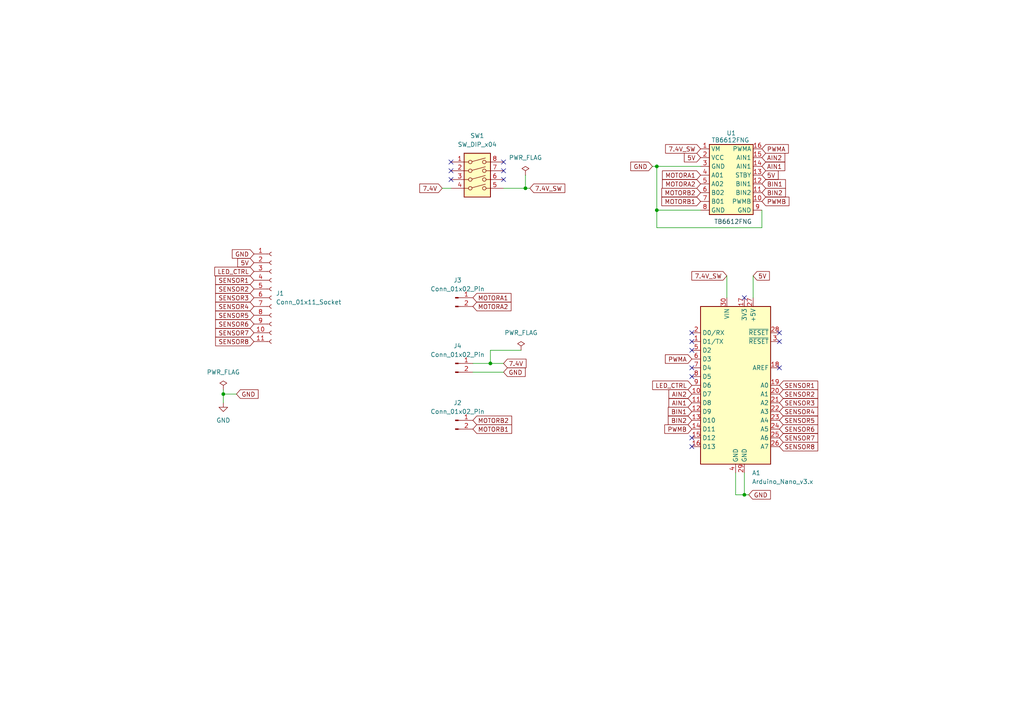
<source format=kicad_sch>
(kicad_sch (version 20231120) (generator "eeschema") (generator_version "8.0")
  (paper "A4")
  (lib_symbols
    (symbol "Connector:Conn_01x02_Pin" (pin_names (offset 1.016) hide)
      (property "Reference" "J" (at 0 2.54 0))
      (property "Value" "Conn_01x02_Pin" (at 0 -5.08 0))
      (symbol "Conn_01x02_Pin_1_1"
        (polyline (pts (xy 1.27 -2.54) (xy 0.8636 -2.54)) (stroke (width 0.1524)))
        (polyline (pts (xy 1.27 0) (xy 0.8636 0)) (stroke (width 0.1524)))
        (rectangle (start 0.8636 -2.413) (end 0 -2.667) (stroke (width 0.1524)) (fill (type outline)))
        (rectangle (start 0.8636 0.127) (end 0 -0.127) (stroke (width 0.1524)) (fill (type outline)))
        (pin passive line (at 5.08 0 180) (length 3.81) (name "Pin_1") (number "1"))
        (pin passive line (at 5.08 -2.54 180) (length 3.81) (name "Pin_2") (number "2"))
      )
    )
    (symbol "Connector:Conn_01x11_Socket" (pin_names (offset 1.016) hide)
      (property "Reference" "J" (at 0 15.24 0))
      (property "Value" "Conn_01x11_Socket" (at 0 -15.24 0))
      (symbol "Conn_01x11_Socket_1_1"
        (arc (start 0 -12.192) (mid -0.5058 -12.7) (end 0 -13.208) (stroke (width 0.1524)))
        (arc (start 0 -9.652) (mid -0.5058 -10.16) (end 0 -10.668) (stroke (width 0.1524)))
        (arc (start 0 -7.112) (mid -0.5058 -7.62) (end 0 -8.128) (stroke (width 0.1524)))
        (arc (start 0 -4.572) (mid -0.5058 -5.08) (end 0 -5.588) (stroke (width 0.1524)))
        (arc (start 0 -2.032) (mid -0.5058 -2.54) (end 0 -3.048) (stroke (width 0.1524)))
        (polyline (pts (xy -1.27 -12.7) (xy -0.508 -12.7)) (stroke (width 0.1524)))
        (polyline (pts (xy -1.27 -10.16) (xy -0.508 -10.16)) (stroke (width 0.1524)))
        (polyline (pts (xy -1.27 -7.62) (xy -0.508 -7.62)) (stroke (width 0.1524)))
        (polyline (pts (xy -1.27 -5.08) (xy -0.508 -5.08)) (stroke (width 0.1524)))
        (polyline (pts (xy -1.27 -2.54) (xy -0.508 -2.54)) (stroke (width 0.1524)))
        (polyline (pts (xy -1.27 0) (xy -0.508 0)) (stroke (width 0.1524)))
        (polyline (pts (xy -1.27 2.54) (xy -0.508 2.54)) (stroke (width 0.1524)))
        (polyline (pts (xy -1.27 5.08) (xy -0.508 5.08)) (stroke (width 0.1524)))
        (polyline (pts (xy -1.27 7.62) (xy -0.508 7.62)) (stroke (width 0.1524)))
        (polyline (pts (xy -1.27 10.16) (xy -0.508 10.16)) (stroke (width 0.1524)))
        (polyline (pts (xy -1.27 12.7) (xy -0.508 12.7)) (stroke (width 0.1524)))
        (arc (start 0 0.508) (mid -0.5058 0) (end 0 -0.508) (stroke (width 0.1524)))
        (arc (start 0 3.048) (mid -0.5058 2.54) (end 0 2.032) (stroke (width 0.1524)))
        (arc (start 0 5.588) (mid -0.5058 5.08) (end 0 4.572) (stroke (width 0.1524)))
        (arc (start 0 8.128) (mid -0.5058 7.62) (end 0 7.112) (stroke (width 0.1524)))
        (arc (start 0 10.668) (mid -0.5058 10.16) (end 0 9.652) (stroke (width 0.1524)))
        (arc (start 0 13.208) (mid -0.5058 12.7) (end 0 12.192) (stroke (width 0.1524)))
        (pin passive line (at -5.08 12.7 0) (length 3.81) (name "Pin_1") (number "1"))
        (pin passive line (at -5.08 -10.16 0) (length 3.81) (name "Pin_10") (number "10"))
        (pin passive line (at -5.08 -12.7 0) (length 3.81) (name "Pin_11") (number "11"))
        (pin passive line (at -5.08 10.16 0) (length 3.81) (name "Pin_2") (number "2"))
        (pin passive line (at -5.08 7.62 0) (length 3.81) (name "Pin_3") (number "3"))
        (pin passive line (at -5.08 5.08 0) (length 3.81) (name "Pin_4") (number "4"))
        (pin passive line (at -5.08 2.54 0) (length 3.81) (name "Pin_5") (number "5"))
        (pin passive line (at -5.08 0 0) (length 3.81) (name "Pin_6") (number "6"))
        (pin passive line (at -5.08 -2.54 0) (length 3.81) (name "Pin_7") (number "7"))
        (pin passive line (at -5.08 -5.08 0) (length 3.81) (name "Pin_8") (number "8"))
        (pin passive line (at -5.08 -7.62 0) (length 3.81) (name "Pin_9") (number "9"))
      )
    )
    (symbol "MCU_Module:Arduino_Nano_v3.x"
      (property "Reference" "A" (at -10.16 23.495 0))
      (property "Value" "Arduino_Nano_v3.x" (at 5.08 -24.13 0))
      (symbol "Arduino_Nano_v3.x_0_1"
        (rectangle (start -10.16 22.86) (end 10.16 -22.86) (stroke (width 0.254)) (fill (type background)))
      )
      (symbol "Arduino_Nano_v3.x_1_1"
        (pin bidirectional line (at -12.7 12.7 0) (length 2.54) (name "D1/TX") (number "1"))
        (pin bidirectional line (at -12.7 -2.54 0) (length 2.54) (name "D7") (number "10"))
        (pin bidirectional line (at -12.7 -5.08 0) (length 2.54) (name "D8") (number "11"))
        (pin bidirectional line (at -12.7 -7.62 0) (length 2.54) (name "D9") (number "12"))
        (pin bidirectional line (at -12.7 -10.16 0) (length 2.54) (name "D10") (number "13"))
        (pin bidirectional line (at -12.7 -12.7 0) (length 2.54) (name "D11") (number "14"))
        (pin bidirectional line (at -12.7 -15.24 0) (length 2.54) (name "D12") (number "15"))
        (pin bidirectional line (at -12.7 -17.78 0) (length 2.54) (name "D13") (number "16"))
        (pin power_out line (at 2.54 25.4 270) (length 2.54) (name "3V3") (number "17"))
        (pin input line (at 12.7 5.08 180) (length 2.54) (name "AREF") (number "18"))
        (pin bidirectional line (at 12.7 0 180) (length 2.54) (name "A0") (number "19"))
        (pin bidirectional line (at -12.7 15.24 0) (length 2.54) (name "D0/RX") (number "2"))
        (pin bidirectional line (at 12.7 -2.54 180) (length 2.54) (name "A1") (number "20"))
        (pin bidirectional line (at 12.7 -5.08 180) (length 2.54) (name "A2") (number "21"))
        (pin bidirectional line (at 12.7 -7.62 180) (length 2.54) (name "A3") (number "22"))
        (pin bidirectional line (at 12.7 -10.16 180) (length 2.54) (name "A4") (number "23"))
        (pin bidirectional line (at 12.7 -12.7 180) (length 2.54) (name "A5") (number "24"))
        (pin bidirectional line (at 12.7 -15.24 180) (length 2.54) (name "A6") (number "25"))
        (pin bidirectional line (at 12.7 -17.78 180) (length 2.54) (name "A7") (number "26"))
        (pin power_out line (at 5.08 25.4 270) (length 2.54) (name "+5V") (number "27"))
        (pin input line (at 12.7 15.24 180) (length 2.54) (name "~{RESET}") (number "28"))
        (pin power_in line (at 2.54 -25.4 90) (length 2.54) (name "GND") (number "29"))
        (pin input line (at 12.7 12.7 180) (length 2.54) (name "~{RESET}") (number "3"))
        (pin power_in line (at -2.54 25.4 270) (length 2.54) (name "VIN") (number "30"))
        (pin power_in line (at 0 -25.4 90) (length 2.54) (name "GND") (number "4"))
        (pin bidirectional line (at -12.7 10.16 0) (length 2.54) (name "D2") (number "5"))
        (pin bidirectional line (at -12.7 7.62 0) (length 2.54) (name "D3") (number "6"))
        (pin bidirectional line (at -12.7 5.08 0) (length 2.54) (name "D4") (number "7"))
        (pin bidirectional line (at -12.7 2.54 0) (length 2.54) (name "D5") (number "8"))
        (pin bidirectional line (at -12.7 0 0) (length 2.54) (name "D6") (number "9"))
      )
    )
    (symbol "Motor_Driver:TB6612FNG"
      (property "Reference" "U" (at 0 1.27 0))
      (symbol "TB6612FNG_0_1"
        (rectangle (start -6.35 -1.27) (end 6.35 -21.59) (stroke (width 0.254)) (fill (type background)))
      )
      (symbol "TB6612FNG_1_1"
        (text "TB6612FNG" (at 0.508 -23.622 0) (effects (font (size 1.27 1.27))))
        (pin input line (at -8.89 -2.54 0) (length 2.54) (name "VM") (number "1"))
        (pin input line (at 8.89 -17.78 180) (length 2.54) (name "PWMB") (number "10"))
        (pin input line (at 8.89 -15.24 180) (length 2.54) (name "BIN2") (number "11"))
        (pin input line (at 8.89 -12.7 180) (length 2.54) (name "BIN1") (number "12"))
        (pin input line (at 8.89 -10.16 180) (length 2.54) (name "STBY") (number "13"))
        (pin input line (at 8.89 -7.62 180) (length 2.54) (name "AIN1") (number "14"))
        (pin input line (at 8.89 -5.08 180) (length 2.54) (name "AIN1") (number "15"))
        (pin input line (at 8.89 -2.54 180) (length 2.54) (name "PWMA") (number "16"))
        (pin input line (at -8.89 -5.08 0) (length 2.54) (name "VCC") (number "2"))
        (pin input line (at -8.89 -7.62 0) (length 2.54) (name "GND") (number "3"))
        (pin output line (at -8.89 -10.16 0) (length 2.54) (name "A01") (number "4"))
        (pin output line (at -8.89 -12.7 0) (length 2.54) (name "A02") (number "5"))
        (pin output line (at -8.89 -15.24 0) (length 2.54) (name "B02") (number "6"))
        (pin output line (at -8.89 -17.78 0) (length 2.54) (name "B01") (number "7"))
        (pin input line (at -8.89 -20.32 0) (length 2.54) (name "GND") (number "8"))
        (pin input line (at 8.89 -20.32 180) (length 2.54) (name "GND") (number "9"))
      )
    )
    (symbol "Switch:SW_DIP_x04" (pin_names (offset 0) hide)
      (property "Reference" "SW" (at 0 8.89 0))
      (property "Value" "SW_DIP_x04" (at 0 -6.35 0))
      (symbol "SW_DIP_x04_0_0"
        (circle (center -2.032 -2.54) (radius 0.508))
        (circle (center -2.032 0) (radius 0.508))
        (circle (center -2.032 2.54) (radius 0.508))
        (circle (center -2.032 5.08) (radius 0.508))
        (polyline (pts (xy -1.524 -2.3876) (xy 2.3622 -1.3462)))
        (polyline (pts (xy -1.524 0.127) (xy 2.3622 1.1684)))
        (polyline (pts (xy -1.524 2.667) (xy 2.3622 3.7084)))
        (polyline (pts (xy -1.524 5.207) (xy 2.3622 6.2484)))
        (circle (center 2.032 -2.54) (radius 0.508))
        (circle (center 2.032 0) (radius 0.508))
        (circle (center 2.032 2.54) (radius 0.508))
        (circle (center 2.032 5.08) (radius 0.508))
      )
      (symbol "SW_DIP_x04_0_1"
        (rectangle (start -3.81 7.62) (end 3.81 -5.08) (stroke (width 0.254)) (fill (type background)))
      )
      (symbol "SW_DIP_x04_1_1"
        (pin passive line (at -7.62 5.08 0) (length 5.08) (name "~") (number "1"))
        (pin passive line (at -7.62 2.54 0) (length 5.08) (name "~") (number "2"))
        (pin passive line (at -7.62 0 0) (length 5.08) (name "~") (number "3"))
        (pin passive line (at -7.62 -2.54 0) (length 5.08) (name "~") (number "4"))
        (pin passive line (at 7.62 -2.54 180) (length 5.08) (name "~") (number "5"))
        (pin passive line (at 7.62 0 180) (length 5.08) (name "~") (number "6"))
        (pin passive line (at 7.62 2.54 180) (length 5.08) (name "~") (number "7"))
        (pin passive line (at 7.62 5.08 180) (length 5.08) (name "~") (number "8"))
      )
    )
    (symbol "power:GND" (power) (pin_numbers hide) (pin_names (offset 0) hide)
      (property "Value" "GND" (at 0 -3.81 0))
      (symbol "GND_0_1"
        (polyline (pts (xy 0 0) (xy 0 -1.27) (xy 1.27 -1.27) (xy 0 -2.54) (xy -1.27 -1.27) (xy 0 -1.27)))
      )
      (symbol "GND_1_1"
        (pin power_in line (at 0 0 270) (length 0) (name "~") (number "1"))
      )
    )
    (symbol "power:PWR_FLAG" (power) (pin_numbers hide) (pin_names (offset 0) hide)
      (property "Value" "PWR_FLAG" (at 0 3.81 0))
      (symbol "PWR_FLAG_0_0"
        (pin power_out line (at 0 0 90) (length 0) (name "~") (number "1"))
      )
      (symbol "PWR_FLAG_0_1"
        (polyline (pts (xy 0 0) (xy 0 1.27) (xy -1.016 1.905) (xy 0 2.54) (xy 1.016 1.905) (xy 0 1.27)))
      )
    )
  )
  (junction (at 152.4 54.61))
  (junction (at 190.5 48.26))
  (junction (at 190.5 60.96))
  (junction (at 64.77 114.3))
  (junction (at 142.24 105.41))
  (junction (at 215.9 143.51))
  (no_connect (at 200.66 127))
  (no_connect (at 130.81 49.53))
  (no_connect (at 146.05 49.53))
  (no_connect (at 226.06 99.06))
  (no_connect (at 200.66 129.54))
  (no_connect (at 226.06 96.52))
  (no_connect (at 130.81 52.07))
  (no_connect (at 200.66 109.22))
  (no_connect (at 200.66 101.6))
  (no_connect (at 130.81 46.99))
  (no_connect (at 200.66 106.68))
  (no_connect (at 146.05 52.07))
  (no_connect (at 200.66 96.52))
  (no_connect (at 146.05 46.99))
  (no_connect (at 226.06 106.68))
  (no_connect (at 200.66 99.06))
  (no_connect (at 215.9 86.36))
  (wire (pts (xy 64.77 113.03) (xy 64.77 114.3)))
  (wire (pts (xy 220.98 66.04) (xy 190.5 66.04)))
  (wire (pts (xy 220.98 60.96) (xy 220.98 66.04)))
  (wire (pts (xy 210.82 80.01) (xy 210.82 86.36)))
  (wire (pts (xy 203.2 60.96) (xy 190.5 60.96)))
  (wire (pts (xy 146.05 105.41) (xy 142.24 105.41)))
  (wire (pts (xy 189.23 48.26) (xy 190.5 48.26)))
  (wire (pts (xy 190.5 66.04) (xy 190.5 60.96)))
  (wire (pts (xy 137.16 107.95) (xy 146.05 107.95)))
  (wire (pts (xy 142.24 101.6) (xy 142.24 105.41)))
  (wire (pts (xy 146.05 54.61) (xy 152.4 54.61)))
  (wire (pts (xy 151.13 101.6) (xy 142.24 101.6)))
  (wire (pts (xy 142.24 105.41) (xy 137.16 105.41)))
  (wire (pts (xy 213.36 143.51) (xy 215.9 143.51)))
  (wire (pts (xy 152.4 50.8) (xy 152.4 54.61)))
  (wire (pts (xy 215.9 143.51) (xy 215.9 137.16)))
  (wire (pts (xy 152.4 54.61) (xy 153.67 54.61)))
  (wire (pts (xy 64.77 114.3) (xy 64.77 116.84)))
  (wire (pts (xy 190.5 48.26) (xy 203.2 48.26)))
  (wire (pts (xy 68.58 114.3) (xy 64.77 114.3)))
  (wire (pts (xy 218.44 80.01) (xy 218.44 86.36)))
  (wire (pts (xy 213.36 137.16) (xy 213.36 143.51)))
  (wire (pts (xy 190.5 60.96) (xy 190.5 48.26)))
  (wire (pts (xy 217.17 143.51) (xy 215.9 143.51)))
  (wire (pts (xy 128.27 54.61) (xy 130.81 54.61)))
  (global_label "AIN2" (shape input) (at 200.66 114.3 180) (property "Intersheetrefs" "${INTERSHEET_REFS}" (effects (hide yes))))
  (global_label "SENSOR3" (shape input) (at 226.06 116.84 0) (property "Intersheetrefs" "${INTERSHEET_REFS}" (effects (hide yes))))
  (global_label "SENSOR1" (shape input) (at 226.06 111.76 0) (property "Intersheetrefs" "${INTERSHEET_REFS}" (effects (hide yes))))
  (global_label "BIN2" (shape input) (at 200.66 121.92 180) (property "Intersheetrefs" "${INTERSHEET_REFS}" (effects (hide yes))))
  (global_label "SENSOR2" (shape input) (at 73.66 83.82 180) (property "Intersheetrefs" "${INTERSHEET_REFS}" (effects (hide yes))))
  (global_label "GND" (shape input) (at 217.17 143.51 0) (property "Intersheetrefs" "${INTERSHEET_REFS}" (effects (hide yes))))
  (global_label "MOTORA1" (shape input) (at 137.16 86.36 0) (property "Intersheetrefs" "${INTERSHEET_REFS}" (effects (hide yes))))
  (global_label "SENSOR2" (shape input) (at 226.06 114.3 0) (property "Intersheetrefs" "${INTERSHEET_REFS}" (effects (hide yes))))
  (global_label "SENSOR7" (shape input) (at 73.66 96.52 180) (property "Intersheetrefs" "${INTERSHEET_REFS}" (effects (hide yes))))
  (global_label "AIN1" (shape input) (at 220.98 48.26 0) (property "Intersheetrefs" "${INTERSHEET_REFS}" (effects (hide yes))))
  (global_label "BIN2" (shape input) (at 220.98 55.88 0) (property "Intersheetrefs" "${INTERSHEET_REFS}" (effects (hide yes))))
  (global_label "MOTORA2" (shape input) (at 137.16 88.9 0) (property "Intersheetrefs" "${INTERSHEET_REFS}" (effects (hide yes))))
  (global_label "PWMB" (shape input) (at 220.98 58.42 0) (property "Intersheetrefs" "${INTERSHEET_REFS}" (effects (hide yes))))
  (global_label "LED_CTRL" (shape input) (at 200.66 111.76 180) (property "Intersheetrefs" "${INTERSHEET_REFS}" (effects (hide yes))))
  (global_label "PWMA" (shape input) (at 200.66 104.14 180) (property "Intersheetrefs" "${INTERSHEET_REFS}" (effects (hide yes))))
  (global_label "AIN1" (shape input) (at 200.66 116.84 180) (property "Intersheetrefs" "${INTERSHEET_REFS}" (effects (hide yes))))
  (global_label "AIN2" (shape input) (at 220.98 45.72 0) (property "Intersheetrefs" "${INTERSHEET_REFS}" (effects (hide yes))))
  (global_label "SENSOR8" (shape input) (at 226.06 129.54 0) (property "Intersheetrefs" "${INTERSHEET_REFS}" (effects (hide yes))))
  (global_label "GND" (shape input) (at 68.58 114.3 0) (property "Intersheetrefs" "${INTERSHEET_REFS}" (effects (hide yes))))
  (global_label "BIN1" (shape input) (at 200.66 119.38 180) (property "Intersheetrefs" "${INTERSHEET_REFS}" (effects (hide yes))))
  (global_label "MOTORB2" (shape input) (at 203.2 55.88 180) (property "Intersheetrefs" "${INTERSHEET_REFS}" (effects (hide yes))))
  (global_label "SENSOR7" (shape input) (at 226.06 127 0) (property "Intersheetrefs" "${INTERSHEET_REFS}" (effects (hide yes))))
  (global_label "SENSOR1" (shape input) (at 73.66 81.28 180) (property "Intersheetrefs" "${INTERSHEET_REFS}" (effects (hide yes))))
  (global_label "5V" (shape input) (at 73.66 76.2 180) (property "Intersheetrefs" "${INTERSHEET_REFS}" (effects (hide yes))))
  (global_label "SENSOR3" (shape input) (at 73.66 86.36 180) (property "Intersheetrefs" "${INTERSHEET_REFS}" (effects (hide yes))))
  (global_label "GND" (shape input) (at 189.23 48.26 180) (property "Intersheetrefs" "${INTERSHEET_REFS}" (effects (hide yes))))
  (global_label "MOTORB1" (shape input) (at 203.2 58.42 180) (property "Intersheetrefs" "${INTERSHEET_REFS}" (effects (hide yes))))
  (global_label "PWMA" (shape input) (at 220.98 43.18 0) (property "Intersheetrefs" "${INTERSHEET_REFS}" (effects (hide yes))))
  (global_label "7.4V_SW" (shape input) (at 203.2 43.18 180) (property "Intersheetrefs" "${INTERSHEET_REFS}" (effects (hide yes))))
  (global_label "MOTORB2" (shape input) (at 137.16 121.92 0) (property "Intersheetrefs" "${INTERSHEET_REFS}" (effects (hide yes))))
  (global_label "7.4V_SW" (shape input) (at 210.82 80.01 180) (property "Intersheetrefs" "${INTERSHEET_REFS}" (effects (hide yes))))
  (global_label "GND" (shape input) (at 146.05 107.95 0) (property "Intersheetrefs" "${INTERSHEET_REFS}" (effects (hide yes))))
  (global_label "5V" (shape input) (at 220.98 50.8 0) (property "Intersheetrefs" "${INTERSHEET_REFS}" (effects (hide yes))))
  (global_label "5V" (shape input) (at 218.44 80.01 0) (property "Intersheetrefs" "${INTERSHEET_REFS}" (effects (hide yes))))
  (global_label "SENSOR5" (shape input) (at 226.06 121.92 0) (property "Intersheetrefs" "${INTERSHEET_REFS}" (effects (hide yes))))
  (global_label "LED_CTRL" (shape input) (at 73.66 78.74 180) (property "Intersheetrefs" "${INTERSHEET_REFS}" (effects (hide yes))))
  (global_label "SENSOR4" (shape input) (at 73.66 88.9 180) (property "Intersheetrefs" "${INTERSHEET_REFS}" (effects (hide yes))))
  (global_label "MOTORB1" (shape input) (at 137.16 124.46 0) (property "Intersheetrefs" "${INTERSHEET_REFS}" (effects (hide yes))))
  (global_label "GND" (shape input) (at 73.66 73.66 180) (property "Intersheetrefs" "${INTERSHEET_REFS}" (effects (hide yes))))
  (global_label "7.4V" (shape input) (at 146.05 105.41 0) (property "Intersheetrefs" "${INTERSHEET_REFS}" (effects (hide yes))))
  (global_label "7.4V_SW" (shape input) (at 153.67 54.61 0) (property "Intersheetrefs" "${INTERSHEET_REFS}" (effects (hide yes))))
  (global_label "MOTORA2" (shape input) (at 203.2 53.34 180) (property "Intersheetrefs" "${INTERSHEET_REFS}" (effects (hide yes))))
  (global_label "SENSOR8" (shape input) (at 73.66 99.06 180) (property "Intersheetrefs" "${INTERSHEET_REFS}" (effects (hide yes))))
  (global_label "SENSOR5" (shape input) (at 73.66 91.44 180) (property "Intersheetrefs" "${INTERSHEET_REFS}" (effects (hide yes))))
  (global_label "SENSOR6" (shape input) (at 226.06 124.46 0) (property "Intersheetrefs" "${INTERSHEET_REFS}" (effects (hide yes))))
  (global_label "PWMB" (shape input) (at 200.66 124.46 180) (property "Intersheetrefs" "${INTERSHEET_REFS}" (effects (hide yes))))
  (global_label "BIN1" (shape input) (at 220.98 53.34 0) (property "Intersheetrefs" "${INTERSHEET_REFS}" (effects (hide yes))))
  (global_label "5V" (shape input) (at 203.2 45.72 180) (property "Intersheetrefs" "${INTERSHEET_REFS}" (effects (hide yes))))
  (global_label "SENSOR6" (shape input) (at 73.66 93.98 180) (property "Intersheetrefs" "${INTERSHEET_REFS}" (effects (hide yes))))
  (global_label "MOTORA1" (shape input) (at 203.2 50.8 180) (property "Intersheetrefs" "${INTERSHEET_REFS}" (effects (hide yes))))
  (global_label "SENSOR4" (shape input) (at 226.06 119.38 0) (property "Intersheetrefs" "${INTERSHEET_REFS}" (effects (hide yes))))
  (global_label "7.4V" (shape input) (at 128.27 54.61 180) (property "Intersheetrefs" "${INTERSHEET_REFS}" (effects (hide yes))))
  (symbol (lib_id "power:PWR_FLAG") (at 64.77 113.03 0) (unit 1)
    (property "Reference" "#FLG02" (effects (hide yes)))
    (property "Value" "PWR_FLAG" (at 64.77 107.95 0))
    (property "Description" "Special symbol for telling ERC where power comes from" (effects (hide yes)))
  )
  (symbol (lib_id "Connector:Conn_01x02_Pin") (at 132.08 105.41 0) (unit 1)
    (property "Reference" "J4" (at 132.715 100.33 0))
    (property "Value" "Conn_01x02_Pin" (at 132.715 102.87 0))
    (property "Footprint" "Connector_JST:JST_XH_B2B-XH-A_1x02_P2.50mm_Vertical" (effects (hide yes)))
    (property "Description" "Generic connector, single row, 01x02, script generated" (effects (hide yes)))
  )
  (symbol (lib_id "Motor_Driver:TB6612FNG") (at 212.09 40.64 0) (unit 1)
    (property "Reference" "U1" (at 212.09 38.608 0))
    (property "Value" "TB6612FNG" (at 211.836 40.64 0))
    (property "Footprint" "Motor_Driver:TB6612FNG" (effects (hide yes)))
  )
  (symbol (lib_id "Switch:SW_DIP_x04") (at 138.43 52.07 0) (unit 1)
    (property "Reference" "SW1" (at 138.43 39.37 0))
    (property "Value" "SW_DIP_x04" (at 138.43 41.91 0))
    (property "Footprint" "Button_Switch_THT:SW_DIP_SPSTx04_Slide_9.78x12.34mm_W7.62mm_P2.54mm" (effects (hide yes)))
    (property "Description" "4x DIP Switch, Single Pole Single Throw (SPST) switch, small symbol" (effects (hide yes)))
  )
  (symbol (lib_id "Connector:Conn_01x11_Socket") (at 78.74 86.36 0) (unit 1)
    (property "Reference" "J1" (at 80.01 85.0899 0) (effects (justify left)))
    (property "Value" "Conn_01x11_Socket" (at 80.01 87.6299 0) (effects (justify left)))
    (property "Footprint" "Connector_PinHeader_2.54mm:PinHeader_1x11_P2.54mm_Vertical" (effects (hide yes)))
    (property "Description" "Generic connector, single row, 01x11, script generated" (effects (hide yes)))
  )
  (symbol (lib_id "Connector:Conn_01x02_Pin") (at 132.08 86.36 0) (unit 1)
    (property "Reference" "J3" (at 132.715 81.28 0))
    (property "Value" "Conn_01x02_Pin" (at 132.715 83.82 0))
    (property "Footprint" "Connector_JST:JST_XH_S2B-XH-A_1x02_P2.50mm_Horizontal" (effects (hide yes)))
    (property "Description" "Generic connector, single row, 01x02, script generated" (effects (hide yes)))
  )
  (symbol (lib_id "MCU_Module:Arduino_Nano_v3.x") (at 213.36 111.76 0) (unit 1)
    (property "Reference" "A1" (at 218.0941 137.16 0) (effects (justify left)))
    (property "Value" "Arduino_Nano_v3.x" (at 218.0941 139.7 0) (effects (justify left)))
    (property "Footprint" "Module:Arduino_Nano" (effects (hide yes)))
    (property "Datasheet" "http://www.mouser.com/pdfdocs/Gravitech_Arduino_Nano3_0.pdf" (effects (hide yes)))
    (property "Description" "Arduino Nano v3.x" (effects (hide yes)))
  )
  (symbol (lib_id "Connector:Conn_01x02_Pin") (at 132.08 121.92 0) (unit 1)
    (property "Reference" "J2" (at 132.715 116.84 0))
    (property "Value" "Conn_01x02_Pin" (at 132.715 119.38 0))
    (property "Footprint" "Connector_JST:JST_XH_S2B-XH-A_1x02_P2.50mm_Horizontal" (effects (hide yes)))
    (property "Description" "Generic connector, single row, 01x02, script generated" (effects (hide yes)))
  )
  (symbol (lib_id "power:GND") (at 64.77 116.84 0) (unit 1)
    (property "Reference" "#PWR01" (effects (hide yes)))
    (property "Value" "GND" (at 64.77 121.92 0))
    (property "Description" "Power symbol creates a global label with name \"GND\" , ground" (effects (hide yes)))
  )
  (symbol (lib_id "power:PWR_FLAG") (at 151.13 101.6 0) (unit 1)
    (property "Reference" "#FLG01" (effects (hide yes)))
    (property "Value" "PWR_FLAG" (at 151.13 96.52 0))
    (property "Description" "Special symbol for telling ERC where power comes from" (effects (hide yes)))
  )
  (symbol (lib_id "power:PWR_FLAG") (at 152.4 50.8 0) (unit 1)
    (property "Reference" "#FLG03" (effects (hide yes)))
    (property "Value" "PWR_FLAG" (at 152.4 45.72 0))
    (property "Description" "Special symbol for telling ERC where power comes from" (effects (hide yes)))
  )
)
</source>
